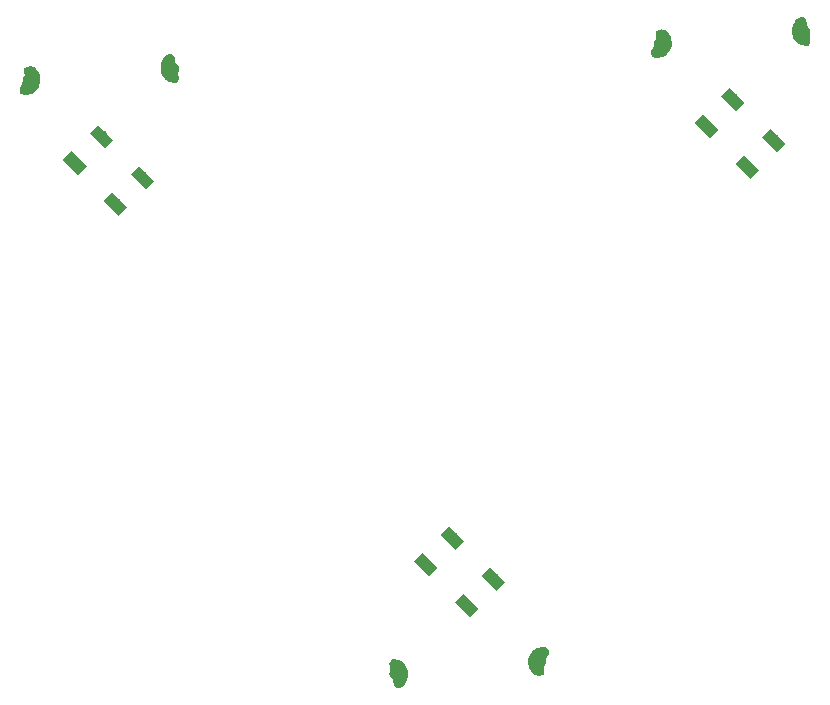
<source format=gbr>
%TF.GenerationSoftware,KiCad,Pcbnew,(5.0.2-5)-5*%
%TF.CreationDate,2022-10-07T21:03:46+07:00*%
%TF.ProjectId,gosanke,676f7361-6e6b-4652-9e6b-696361645f70,rev?*%
%TF.SameCoordinates,Original*%
%TF.FileFunction,Paste,Bot*%
%TF.FilePolarity,Positive*%
%FSLAX46Y46*%
G04 Gerber Fmt 4.6, Leading zero omitted, Abs format (unit mm)*
G04 Created by KiCad (PCBNEW (5.0.2-5)-5) date 2022 October 07, Friday 21:03:46*
%MOMM*%
%LPD*%
G01*
G04 APERTURE LIST*
%ADD10C,0.150000*%
%ADD11C,1.000000*%
%ADD12C,0.100000*%
G04 APERTURE END LIST*
D10*
%TO.C,J4*%
G36*
X187868621Y-47451836D02*
X188218621Y-47501836D01*
X188298621Y-47571836D01*
X188408621Y-47711836D01*
X188468621Y-47771836D01*
X188568621Y-47921836D01*
X188598621Y-48001836D01*
X188628621Y-48101836D01*
X188638621Y-48191836D01*
X188698621Y-48471836D01*
X188678621Y-48671836D01*
X188618621Y-48961836D01*
X188568621Y-49071836D01*
X188378621Y-49271836D01*
X188318621Y-49381836D01*
X188238621Y-49451836D01*
X188168621Y-49501836D01*
X188028621Y-49581836D01*
X187908621Y-49631836D01*
X187608621Y-49711836D01*
X187438621Y-49711836D01*
X187358621Y-49701836D01*
X187208621Y-49641836D01*
X187148621Y-49571836D01*
X187108621Y-49461836D01*
X187108621Y-49341836D01*
X187128621Y-49211836D01*
X187188621Y-49091836D01*
X187248621Y-48991836D01*
X187288621Y-48901836D01*
X187318621Y-48781836D01*
X187358621Y-48641836D01*
X187368621Y-48511836D01*
X187378621Y-48421836D01*
X187418621Y-48371836D01*
X187428621Y-48291836D01*
X187518621Y-48231836D01*
X187518621Y-48021836D01*
X187508621Y-47891836D01*
X187498621Y-47911836D01*
X187498621Y-47791836D01*
X187488621Y-47691836D01*
X187508621Y-47621836D01*
X187548621Y-47531836D01*
X187598621Y-47501836D01*
X187728621Y-47461836D01*
X187798621Y-47451836D01*
X187888621Y-47441836D01*
X187958621Y-47451836D01*
X187868621Y-47451836D01*
G37*
X187868621Y-47451836D02*
X188218621Y-47501836D01*
X188298621Y-47571836D01*
X188408621Y-47711836D01*
X188468621Y-47771836D01*
X188568621Y-47921836D01*
X188598621Y-48001836D01*
X188628621Y-48101836D01*
X188638621Y-48191836D01*
X188698621Y-48471836D01*
X188678621Y-48671836D01*
X188618621Y-48961836D01*
X188568621Y-49071836D01*
X188378621Y-49271836D01*
X188318621Y-49381836D01*
X188238621Y-49451836D01*
X188168621Y-49501836D01*
X188028621Y-49581836D01*
X187908621Y-49631836D01*
X187608621Y-49711836D01*
X187438621Y-49711836D01*
X187358621Y-49701836D01*
X187208621Y-49641836D01*
X187148621Y-49571836D01*
X187108621Y-49461836D01*
X187108621Y-49341836D01*
X187128621Y-49211836D01*
X187188621Y-49091836D01*
X187248621Y-48991836D01*
X187288621Y-48901836D01*
X187318621Y-48781836D01*
X187358621Y-48641836D01*
X187368621Y-48511836D01*
X187378621Y-48421836D01*
X187418621Y-48371836D01*
X187428621Y-48291836D01*
X187518621Y-48231836D01*
X187518621Y-48021836D01*
X187508621Y-47891836D01*
X187498621Y-47911836D01*
X187498621Y-47791836D01*
X187488621Y-47691836D01*
X187508621Y-47621836D01*
X187548621Y-47531836D01*
X187598621Y-47501836D01*
X187728621Y-47461836D01*
X187798621Y-47451836D01*
X187888621Y-47441836D01*
X187958621Y-47451836D01*
X187868621Y-47451836D01*
G36*
X199968621Y-46521836D02*
X199928621Y-46441836D01*
X199878621Y-46401836D01*
X199828621Y-46381836D01*
X199768621Y-46371836D01*
X199688621Y-46371836D01*
X199618621Y-46401836D01*
X199538621Y-46441836D01*
X199468621Y-46481836D01*
X199398621Y-46541836D01*
X199318621Y-46631836D01*
X199268621Y-46731836D01*
X199188621Y-46861836D01*
X199138621Y-46961836D01*
X199108621Y-47081836D01*
X199068621Y-47241836D01*
X199058621Y-47421836D01*
X199048621Y-47701836D01*
X199078621Y-47911836D01*
X199158621Y-48121836D01*
X199308621Y-48281836D01*
X199428621Y-48391836D01*
X199548621Y-48481836D01*
X199688621Y-48571836D01*
X199848621Y-48621836D01*
X200058621Y-48681836D01*
X200208621Y-48701836D01*
X200268621Y-48671836D01*
X200338621Y-48591836D01*
X200418621Y-48461836D01*
X200428621Y-48361836D01*
X200398621Y-48231836D01*
X200358621Y-48051836D01*
X200348621Y-47941836D01*
X200378621Y-47861836D01*
X200398621Y-47781836D01*
X200418621Y-47661836D01*
X200428621Y-47541836D01*
X200398621Y-47451836D01*
X200358621Y-47341836D01*
X200258621Y-47231836D01*
X200178621Y-47171836D01*
X200118621Y-47081836D01*
X200098621Y-46871836D01*
X200058621Y-46671836D01*
X200018621Y-46581836D01*
X199978621Y-46511836D01*
X199968621Y-46521836D01*
G37*
X199968621Y-46521836D02*
X199928621Y-46441836D01*
X199878621Y-46401836D01*
X199828621Y-46381836D01*
X199768621Y-46371836D01*
X199688621Y-46371836D01*
X199618621Y-46401836D01*
X199538621Y-46441836D01*
X199468621Y-46481836D01*
X199398621Y-46541836D01*
X199318621Y-46631836D01*
X199268621Y-46731836D01*
X199188621Y-46861836D01*
X199138621Y-46961836D01*
X199108621Y-47081836D01*
X199068621Y-47241836D01*
X199058621Y-47421836D01*
X199048621Y-47701836D01*
X199078621Y-47911836D01*
X199158621Y-48121836D01*
X199308621Y-48281836D01*
X199428621Y-48391836D01*
X199548621Y-48481836D01*
X199688621Y-48571836D01*
X199848621Y-48621836D01*
X200058621Y-48681836D01*
X200208621Y-48701836D01*
X200268621Y-48671836D01*
X200338621Y-48591836D01*
X200418621Y-48461836D01*
X200428621Y-48361836D01*
X200398621Y-48231836D01*
X200358621Y-48051836D01*
X200348621Y-47941836D01*
X200378621Y-47861836D01*
X200398621Y-47781836D01*
X200418621Y-47661836D01*
X200428621Y-47541836D01*
X200398621Y-47451836D01*
X200358621Y-47341836D01*
X200258621Y-47231836D01*
X200178621Y-47171836D01*
X200118621Y-47081836D01*
X200098621Y-46871836D01*
X200058621Y-46671836D01*
X200018621Y-46581836D01*
X199978621Y-46511836D01*
X199968621Y-46521836D01*
G36*
X177510379Y-101976364D02*
X177160379Y-101926364D01*
X177080379Y-101856364D01*
X176970379Y-101716364D01*
X176910379Y-101656364D01*
X176810379Y-101506364D01*
X176780379Y-101426364D01*
X176750379Y-101326364D01*
X176740379Y-101236364D01*
X176680379Y-100956364D01*
X176700379Y-100756364D01*
X176760379Y-100466364D01*
X176810379Y-100356364D01*
X177000379Y-100156364D01*
X177060379Y-100046364D01*
X177140379Y-99976364D01*
X177210379Y-99926364D01*
X177350379Y-99846364D01*
X177470379Y-99796364D01*
X177770379Y-99716364D01*
X177940379Y-99716364D01*
X178020379Y-99726364D01*
X178170379Y-99786364D01*
X178230379Y-99856364D01*
X178270379Y-99966364D01*
X178270379Y-100086364D01*
X178250379Y-100216364D01*
X178190379Y-100336364D01*
X178130379Y-100436364D01*
X178090379Y-100526364D01*
X178060379Y-100646364D01*
X178020379Y-100786364D01*
X178010379Y-100916364D01*
X178000379Y-101006364D01*
X177960379Y-101056364D01*
X177950379Y-101136364D01*
X177860379Y-101196364D01*
X177860379Y-101406364D01*
X177870379Y-101536364D01*
X177880379Y-101516364D01*
X177880379Y-101636364D01*
X177890379Y-101736364D01*
X177870379Y-101806364D01*
X177830379Y-101896364D01*
X177780379Y-101926364D01*
X177650379Y-101966364D01*
X177580379Y-101976364D01*
X177490379Y-101986364D01*
X177420379Y-101976364D01*
X177510379Y-101976364D01*
G37*
X177510379Y-101976364D02*
X177160379Y-101926364D01*
X177080379Y-101856364D01*
X176970379Y-101716364D01*
X176910379Y-101656364D01*
X176810379Y-101506364D01*
X176780379Y-101426364D01*
X176750379Y-101326364D01*
X176740379Y-101236364D01*
X176680379Y-100956364D01*
X176700379Y-100756364D01*
X176760379Y-100466364D01*
X176810379Y-100356364D01*
X177000379Y-100156364D01*
X177060379Y-100046364D01*
X177140379Y-99976364D01*
X177210379Y-99926364D01*
X177350379Y-99846364D01*
X177470379Y-99796364D01*
X177770379Y-99716364D01*
X177940379Y-99716364D01*
X178020379Y-99726364D01*
X178170379Y-99786364D01*
X178230379Y-99856364D01*
X178270379Y-99966364D01*
X178270379Y-100086364D01*
X178250379Y-100216364D01*
X178190379Y-100336364D01*
X178130379Y-100436364D01*
X178090379Y-100526364D01*
X178060379Y-100646364D01*
X178020379Y-100786364D01*
X178010379Y-100916364D01*
X178000379Y-101006364D01*
X177960379Y-101056364D01*
X177950379Y-101136364D01*
X177860379Y-101196364D01*
X177860379Y-101406364D01*
X177870379Y-101536364D01*
X177880379Y-101516364D01*
X177880379Y-101636364D01*
X177890379Y-101736364D01*
X177870379Y-101806364D01*
X177830379Y-101896364D01*
X177780379Y-101926364D01*
X177650379Y-101966364D01*
X177580379Y-101976364D01*
X177490379Y-101986364D01*
X177420379Y-101976364D01*
X177510379Y-101976364D01*
G36*
X165410379Y-102906364D02*
X165450379Y-102986364D01*
X165500379Y-103026364D01*
X165550379Y-103046364D01*
X165610379Y-103056364D01*
X165690379Y-103056364D01*
X165760379Y-103026364D01*
X165840379Y-102986364D01*
X165910379Y-102946364D01*
X165980379Y-102886364D01*
X166060379Y-102796364D01*
X166110379Y-102696364D01*
X166190379Y-102566364D01*
X166240379Y-102466364D01*
X166270379Y-102346364D01*
X166310379Y-102186364D01*
X166320379Y-102006364D01*
X166330379Y-101726364D01*
X166300379Y-101516364D01*
X166220379Y-101306364D01*
X166070379Y-101146364D01*
X165950379Y-101036364D01*
X165830379Y-100946364D01*
X165690379Y-100856364D01*
X165530379Y-100806364D01*
X165320379Y-100746364D01*
X165170379Y-100726364D01*
X165110379Y-100756364D01*
X165040379Y-100836364D01*
X164960379Y-100966364D01*
X164950379Y-101066364D01*
X164980379Y-101196364D01*
X165020379Y-101376364D01*
X165030379Y-101486364D01*
X165000379Y-101566364D01*
X164980379Y-101646364D01*
X164960379Y-101766364D01*
X164950379Y-101886364D01*
X164980379Y-101976364D01*
X165020379Y-102086364D01*
X165120379Y-102196364D01*
X165200379Y-102256364D01*
X165260379Y-102346364D01*
X165280379Y-102556364D01*
X165320379Y-102756364D01*
X165360379Y-102846364D01*
X165400379Y-102916364D01*
X165410379Y-102906364D01*
G37*
X165410379Y-102906364D02*
X165450379Y-102986364D01*
X165500379Y-103026364D01*
X165550379Y-103046364D01*
X165610379Y-103056364D01*
X165690379Y-103056364D01*
X165760379Y-103026364D01*
X165840379Y-102986364D01*
X165910379Y-102946364D01*
X165980379Y-102886364D01*
X166060379Y-102796364D01*
X166110379Y-102696364D01*
X166190379Y-102566364D01*
X166240379Y-102466364D01*
X166270379Y-102346364D01*
X166310379Y-102186364D01*
X166320379Y-102006364D01*
X166330379Y-101726364D01*
X166300379Y-101516364D01*
X166220379Y-101306364D01*
X166070379Y-101146364D01*
X165950379Y-101036364D01*
X165830379Y-100946364D01*
X165690379Y-100856364D01*
X165530379Y-100806364D01*
X165320379Y-100746364D01*
X165170379Y-100726364D01*
X165110379Y-100756364D01*
X165040379Y-100836364D01*
X164960379Y-100966364D01*
X164950379Y-101066364D01*
X164980379Y-101196364D01*
X165020379Y-101376364D01*
X165030379Y-101486364D01*
X165000379Y-101566364D01*
X164980379Y-101646364D01*
X164960379Y-101766364D01*
X164950379Y-101886364D01*
X164980379Y-101976364D01*
X165020379Y-102086364D01*
X165120379Y-102196364D01*
X165200379Y-102256364D01*
X165260379Y-102346364D01*
X165280379Y-102556364D01*
X165320379Y-102756364D01*
X165360379Y-102846364D01*
X165400379Y-102916364D01*
X165410379Y-102906364D01*
G36*
X134401621Y-50576036D02*
X134751621Y-50626036D01*
X134831621Y-50696036D01*
X134941621Y-50836036D01*
X135001621Y-50896036D01*
X135101621Y-51046036D01*
X135131621Y-51126036D01*
X135161621Y-51226036D01*
X135171621Y-51316036D01*
X135231621Y-51596036D01*
X135211621Y-51796036D01*
X135151621Y-52086036D01*
X135101621Y-52196036D01*
X134911621Y-52396036D01*
X134851621Y-52506036D01*
X134771621Y-52576036D01*
X134701621Y-52626036D01*
X134561621Y-52706036D01*
X134441621Y-52756036D01*
X134141621Y-52836036D01*
X133971621Y-52836036D01*
X133891621Y-52826036D01*
X133741621Y-52766036D01*
X133681621Y-52696036D01*
X133641621Y-52586036D01*
X133641621Y-52466036D01*
X133661621Y-52336036D01*
X133721621Y-52216036D01*
X133781621Y-52116036D01*
X133821621Y-52026036D01*
X133851621Y-51906036D01*
X133891621Y-51766036D01*
X133901621Y-51636036D01*
X133911621Y-51546036D01*
X133951621Y-51496036D01*
X133961621Y-51416036D01*
X134051621Y-51356036D01*
X134051621Y-51146036D01*
X134041621Y-51016036D01*
X134031621Y-51036036D01*
X134031621Y-50916036D01*
X134021621Y-50816036D01*
X134041621Y-50746036D01*
X134081621Y-50656036D01*
X134131621Y-50626036D01*
X134261621Y-50586036D01*
X134331621Y-50576036D01*
X134421621Y-50566036D01*
X134491621Y-50576036D01*
X134401621Y-50576036D01*
G37*
X134401621Y-50576036D02*
X134751621Y-50626036D01*
X134831621Y-50696036D01*
X134941621Y-50836036D01*
X135001621Y-50896036D01*
X135101621Y-51046036D01*
X135131621Y-51126036D01*
X135161621Y-51226036D01*
X135171621Y-51316036D01*
X135231621Y-51596036D01*
X135211621Y-51796036D01*
X135151621Y-52086036D01*
X135101621Y-52196036D01*
X134911621Y-52396036D01*
X134851621Y-52506036D01*
X134771621Y-52576036D01*
X134701621Y-52626036D01*
X134561621Y-52706036D01*
X134441621Y-52756036D01*
X134141621Y-52836036D01*
X133971621Y-52836036D01*
X133891621Y-52826036D01*
X133741621Y-52766036D01*
X133681621Y-52696036D01*
X133641621Y-52586036D01*
X133641621Y-52466036D01*
X133661621Y-52336036D01*
X133721621Y-52216036D01*
X133781621Y-52116036D01*
X133821621Y-52026036D01*
X133851621Y-51906036D01*
X133891621Y-51766036D01*
X133901621Y-51636036D01*
X133911621Y-51546036D01*
X133951621Y-51496036D01*
X133961621Y-51416036D01*
X134051621Y-51356036D01*
X134051621Y-51146036D01*
X134041621Y-51016036D01*
X134031621Y-51036036D01*
X134031621Y-50916036D01*
X134021621Y-50816036D01*
X134041621Y-50746036D01*
X134081621Y-50656036D01*
X134131621Y-50626036D01*
X134261621Y-50586036D01*
X134331621Y-50576036D01*
X134421621Y-50566036D01*
X134491621Y-50576036D01*
X134401621Y-50576036D01*
G36*
X146501621Y-49646036D02*
X146461621Y-49566036D01*
X146411621Y-49526036D01*
X146361621Y-49506036D01*
X146301621Y-49496036D01*
X146221621Y-49496036D01*
X146151621Y-49526036D01*
X146071621Y-49566036D01*
X146001621Y-49606036D01*
X145931621Y-49666036D01*
X145851621Y-49756036D01*
X145801621Y-49856036D01*
X145721621Y-49986036D01*
X145671621Y-50086036D01*
X145641621Y-50206036D01*
X145601621Y-50366036D01*
X145591621Y-50546036D01*
X145581621Y-50826036D01*
X145611621Y-51036036D01*
X145691621Y-51246036D01*
X145841621Y-51406036D01*
X145961621Y-51516036D01*
X146081621Y-51606036D01*
X146221621Y-51696036D01*
X146381621Y-51746036D01*
X146591621Y-51806036D01*
X146741621Y-51826036D01*
X146801621Y-51796036D01*
X146871621Y-51716036D01*
X146951621Y-51586036D01*
X146961621Y-51486036D01*
X146931621Y-51356036D01*
X146891621Y-51176036D01*
X146881621Y-51066036D01*
X146911621Y-50986036D01*
X146931621Y-50906036D01*
X146951621Y-50786036D01*
X146961621Y-50666036D01*
X146931621Y-50576036D01*
X146891621Y-50466036D01*
X146791621Y-50356036D01*
X146711621Y-50296036D01*
X146651621Y-50206036D01*
X146631621Y-49996036D01*
X146591621Y-49796036D01*
X146551621Y-49706036D01*
X146511621Y-49636036D01*
X146501621Y-49646036D01*
G37*
X146501621Y-49646036D02*
X146461621Y-49566036D01*
X146411621Y-49526036D01*
X146361621Y-49506036D01*
X146301621Y-49496036D01*
X146221621Y-49496036D01*
X146151621Y-49526036D01*
X146071621Y-49566036D01*
X146001621Y-49606036D01*
X145931621Y-49666036D01*
X145851621Y-49756036D01*
X145801621Y-49856036D01*
X145721621Y-49986036D01*
X145671621Y-50086036D01*
X145641621Y-50206036D01*
X145601621Y-50366036D01*
X145591621Y-50546036D01*
X145581621Y-50826036D01*
X145611621Y-51036036D01*
X145691621Y-51246036D01*
X145841621Y-51406036D01*
X145961621Y-51516036D01*
X146081621Y-51606036D01*
X146221621Y-51696036D01*
X146381621Y-51746036D01*
X146591621Y-51806036D01*
X146741621Y-51826036D01*
X146801621Y-51796036D01*
X146871621Y-51716036D01*
X146951621Y-51586036D01*
X146961621Y-51486036D01*
X146931621Y-51356036D01*
X146891621Y-51176036D01*
X146881621Y-51066036D01*
X146911621Y-50986036D01*
X146931621Y-50906036D01*
X146951621Y-50786036D01*
X146961621Y-50666036D01*
X146931621Y-50576036D01*
X146891621Y-50466036D01*
X146791621Y-50356036D01*
X146711621Y-50296036D01*
X146651621Y-50206036D01*
X146631621Y-49996036D01*
X146591621Y-49796036D01*
X146551621Y-49706036D01*
X146511621Y-49636036D01*
X146501621Y-49646036D01*
%TD*%
D11*
%TO.C,D2*%
X173684233Y-93881553D03*
D12*
G36*
X174674182Y-94164396D02*
X173967076Y-94871502D01*
X172694284Y-93598710D01*
X173401390Y-92891604D01*
X174674182Y-94164396D01*
X174674182Y-94164396D01*
G37*
D11*
X171421492Y-96144294D03*
D12*
G36*
X172411441Y-96427137D02*
X171704335Y-97134243D01*
X170431543Y-95861451D01*
X171138649Y-95154345D01*
X172411441Y-96427137D01*
X172411441Y-96427137D01*
G37*
D11*
X170219410Y-90416730D03*
D12*
G36*
X171209359Y-90699573D02*
X170502253Y-91406679D01*
X169229461Y-90133887D01*
X169936567Y-89426781D01*
X171209359Y-90699573D01*
X171209359Y-90699573D01*
G37*
D11*
X167956669Y-92679471D03*
D12*
G36*
X168946618Y-92962314D02*
X168239512Y-93669420D01*
X166966720Y-92396628D01*
X167673826Y-91689522D01*
X168946618Y-92962314D01*
X168946618Y-92962314D01*
G37*
%TD*%
D11*
%TO.C,D2*%
X191694767Y-55546647D03*
D12*
G36*
X190704818Y-55263804D02*
X191411924Y-54556698D01*
X192684716Y-55829490D01*
X191977610Y-56536596D01*
X190704818Y-55263804D01*
X190704818Y-55263804D01*
G37*
D11*
X193957508Y-53283906D03*
D12*
G36*
X192967559Y-53001063D02*
X193674665Y-52293957D01*
X194947457Y-53566749D01*
X194240351Y-54273855D01*
X192967559Y-53001063D01*
X192967559Y-53001063D01*
G37*
D11*
X195159590Y-59011470D03*
D12*
G36*
X194169641Y-58728627D02*
X194876747Y-58021521D01*
X196149539Y-59294313D01*
X195442433Y-60001419D01*
X194169641Y-58728627D01*
X194169641Y-58728627D01*
G37*
D11*
X197422331Y-56748729D03*
D12*
G36*
X196432382Y-56465886D02*
X197139488Y-55758780D01*
X198412280Y-57031572D01*
X197705174Y-57738678D01*
X196432382Y-56465886D01*
X196432382Y-56465886D01*
G37*
%TD*%
D11*
%TO.C,D2*%
X143955331Y-59872929D03*
D12*
G36*
X142965382Y-59590086D02*
X143672488Y-58882980D01*
X144945280Y-60155772D01*
X144238174Y-60862878D01*
X142965382Y-59590086D01*
X142965382Y-59590086D01*
G37*
D11*
X141692590Y-62135670D03*
D12*
G36*
X140702641Y-61852827D02*
X141409747Y-61145721D01*
X142682539Y-62418513D01*
X141975433Y-63125619D01*
X140702641Y-61852827D01*
X140702641Y-61852827D01*
G37*
D11*
X140490508Y-56408106D03*
D12*
G36*
X139500559Y-56125263D02*
X140207665Y-55418157D01*
X141480457Y-56690949D01*
X140773351Y-57398055D01*
X139500559Y-56125263D01*
X139500559Y-56125263D01*
G37*
D11*
X138227767Y-58670847D03*
D12*
G36*
X137237818Y-58388004D02*
X137944924Y-57680898D01*
X139217716Y-58953690D01*
X138510610Y-59660796D01*
X137237818Y-58388004D01*
X137237818Y-58388004D01*
G37*
%TD*%
M02*

</source>
